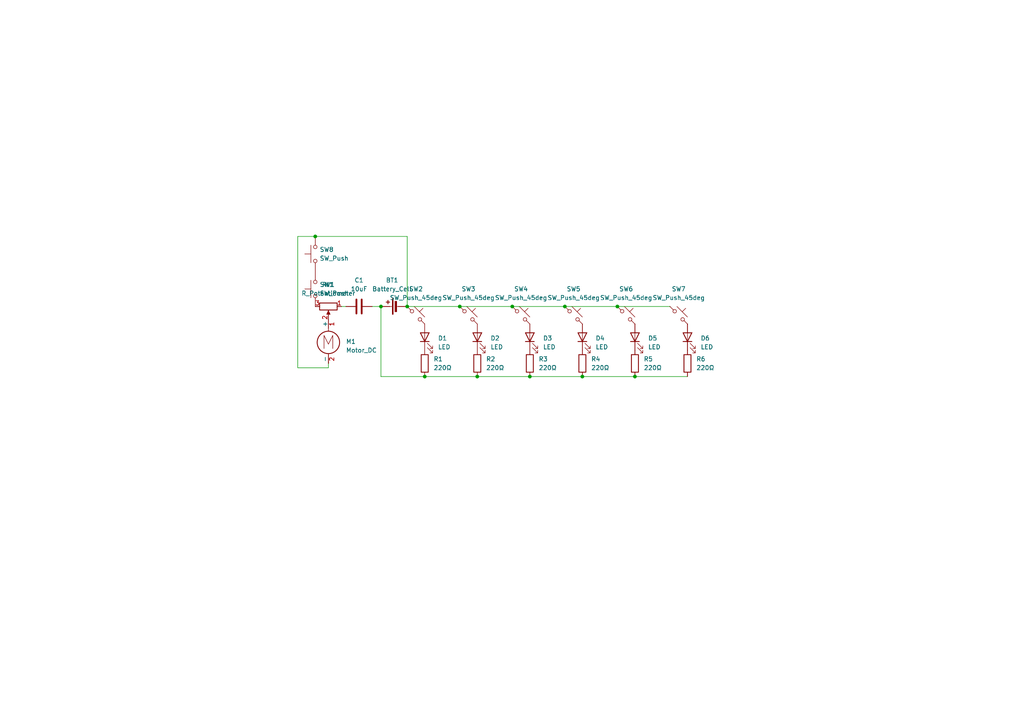
<source format=kicad_sch>
(kicad_sch (version 20231120) (generator "eeschema") (generator_version "8.0")
  (paper "A4")
  (lib_symbols
    (symbol "Device:Battery_Cell" (pin_numbers hide) (pin_names (offset 0) hide)
      (property "Reference" "BT" (at 2.54 2.54 0))
      (property "Value" "Battery_Cell" (at 2.54 0 0))
      (symbol "Battery_Cell_0_1"
        (rectangle (start -2.286 1.778) (end 2.286 1.524) (fill (type outline)))
        (rectangle (start -1.524 1.016) (end 1.524 0.508) (fill (type outline)))
        (polyline (pts (xy 0 0.762) (xy 0 0)))
        (polyline (pts (xy 0 1.778) (xy 0 2.54)))
        (polyline (pts (xy 0.762 3.048) (xy 1.778 3.048)) (stroke (width 0.254)))
        (polyline (pts (xy 1.27 3.556) (xy 1.27 2.54)) (stroke (width 0.254)))
      )
      (symbol "Battery_Cell_1_1"
        (pin passive line (at 0 5.08 270) (length 2.54) (name "+") (number "1"))
        (pin passive line (at 0 -2.54 90) (length 2.54) (name "-") (number "2"))
      )
    )
    (symbol "Device:C" (pin_numbers hide) (pin_names (offset 0.254))
      (property "Reference" "C" (at 0.635 2.54 0))
      (property "Value" "C" (at 0.635 -2.54 0))
      (symbol "C_0_1"
        (polyline (pts (xy -2.032 -0.762) (xy 2.032 -0.762)) (stroke (width 0.508)))
        (polyline (pts (xy -2.032 0.762) (xy 2.032 0.762)) (stroke (width 0.508)))
      )
      (symbol "C_1_1"
        (pin passive line (at 0 3.81 270) (length 2.794) (name "~") (number "1"))
        (pin passive line (at 0 -3.81 90) (length 2.794) (name "~") (number "2"))
      )
    )
    (symbol "Device:LED" (pin_numbers hide) (pin_names (offset 1.016) hide)
      (property "Reference" "D" (at 0 2.54 0))
      (property "Value" "LED" (at 0 -2.54 0))
      (symbol "LED_0_1"
        (polyline (pts (xy -1.27 -1.27) (xy -1.27 1.27)) (stroke (width 0.254)))
        (polyline (pts (xy -1.27 0) (xy 1.27 0)))
        (polyline (pts (xy 1.27 -1.27) (xy 1.27 1.27) (xy -1.27 0) (xy 1.27 -1.27)) (stroke (width 0.254)))
        (polyline (pts (xy -3.048 -0.762) (xy -4.572 -2.286) (xy -3.81 -2.286) (xy -4.572 -2.286) (xy -4.572 -1.524)))
        (polyline (pts (xy -1.778 -0.762) (xy -3.302 -2.286) (xy -2.54 -2.286) (xy -3.302 -2.286) (xy -3.302 -1.524)))
      )
      (symbol "LED_1_1"
        (pin passive line (at -3.81 0 0) (length 2.54) (name "K") (number "1"))
        (pin passive line (at 3.81 0 180) (length 2.54) (name "A") (number "2"))
      )
    )
    (symbol "Device:R" (pin_numbers hide) (pin_names (offset 0))
      (property "Reference" "R" (at 2.032 0 90))
      (property "Value" "R" (at 0 0 90))
      (symbol "R_0_1"
        (rectangle (start -1.016 -2.54) (end 1.016 2.54) (stroke (width 0.254)))
      )
      (symbol "R_1_1"
        (pin passive line (at 0 3.81 270) (length 1.27) (name "~") (number "1"))
        (pin passive line (at 0 -3.81 90) (length 1.27) (name "~") (number "2"))
      )
    )
    (symbol "Device:R_Potentiometer" (pin_names (offset 1.016) hide)
      (property "Reference" "RV" (at -4.445 0 90))
      (property "Value" "R_Potentiometer" (at -2.54 0 90))
      (symbol "R_Potentiometer_0_1"
        (polyline (pts (xy 2.54 0) (xy 1.524 0)))
        (polyline (pts (xy 1.143 0) (xy 2.286 0.508) (xy 2.286 -0.508) (xy 1.143 0)) (fill (type outline)))
        (rectangle (start 1.016 2.54) (end -1.016 -2.54) (stroke (width 0.254)))
      )
      (symbol "R_Potentiometer_1_1"
        (pin passive line (at 0 3.81 270) (length 1.27) (name "1") (number "1"))
        (pin passive line (at 3.81 0 180) (length 1.27) (name "2") (number "2"))
        (pin passive line (at 0 -3.81 90) (length 1.27) (name "3") (number "3"))
      )
    )
    (symbol "Motor:Motor_DC" (pin_names (offset 0))
      (property "Reference" "M" (at 2.54 2.54 0))
      (property "Value" "Motor_DC" (at 2.54 -5.08 0))
      (symbol "Motor_DC_0_0"
        (polyline (pts (xy -1.27 -3.302) (xy -1.27 0.508) (xy 0 -2.032) (xy 1.27 0.508) (xy 1.27 -3.302)))
      )
      (symbol "Motor_DC_0_1"
        (circle (center 0 -1.524) (radius 3.2512) (stroke (width 0.254)))
        (polyline (pts (xy 0 -7.62) (xy 0 -7.112)))
        (polyline (pts (xy 0 -4.7752) (xy 0 -5.1816)))
        (polyline (pts (xy 0 1.7272) (xy 0 2.0828)))
        (polyline (pts (xy 0 2.032) (xy 0 2.54)))
      )
      (symbol "Motor_DC_1_1"
        (pin passive line (at 0 5.08 270) (length 2.54) (name "+") (number "1"))
        (pin passive line (at 0 -7.62 90) (length 2.54) (name "-") (number "2"))
      )
    )
    (symbol "Switch:SW_Push" (pin_numbers hide) (pin_names (offset 1.016) hide)
      (property "Reference" "SW" (at 1.27 2.54 0))
      (property "Value" "SW_Push" (at 0 -1.524 0))
      (symbol "SW_Push_0_1"
        (circle (center -2.032 0) (radius 0.508))
        (polyline (pts (xy 0 1.27) (xy 0 3.048)))
        (polyline (pts (xy 2.54 1.27) (xy -2.54 1.27)))
        (circle (center 2.032 0) (radius 0.508))
        (pin passive line (at -5.08 0 0) (length 2.54) (name "1") (number "1"))
        (pin passive line (at 5.08 0 180) (length 2.54) (name "2") (number "2"))
      )
    )
    (symbol "Switch:SW_Push_45deg" (pin_numbers hide) (pin_names (offset 1.016) hide)
      (property "Reference" "SW" (at 3.048 1.016 0))
      (property "Value" "SW_Push_45deg" (at 0 -3.81 0))
      (symbol "SW_Push_45deg_0_1"
        (circle (center -1.1684 1.1684) (radius 0.508))
        (polyline (pts (xy -0.508 2.54) (xy 2.54 -0.508)))
        (polyline (pts (xy 1.016 1.016) (xy 2.032 2.032)))
        (polyline (pts (xy -2.54 2.54) (xy -1.524 1.524) (xy -1.524 1.524)))
        (polyline (pts (xy 1.524 -1.524) (xy 2.54 -2.54) (xy 2.54 -2.54) (xy 2.54 -2.54)))
        (circle (center 1.143 -1.1938) (radius 0.508))
        (pin passive line (at -2.54 2.54 0) (length 0) (name "1") (number "1"))
        (pin passive line (at 2.54 -2.54 180) (length 0) (name "2") (number "2"))
      )
    )
  )
  (junction (at 148.59 88.9))
  (junction (at 168.91 109.22))
  (junction (at 91.44 68.58))
  (junction (at 179.07 88.9))
  (junction (at 184.15 109.22))
  (junction (at 133.35 88.9))
  (junction (at 118.11 88.9))
  (junction (at 138.43 109.22))
  (junction (at 123.19 109.22))
  (junction (at 110.49 88.9))
  (junction (at 153.67 109.22))
  (junction (at 163.83 88.9))
  (wire (pts (xy 133.35 88.9) (xy 148.59 88.9)))
  (wire (pts (xy 163.83 88.9) (xy 179.07 88.9)))
  (wire (pts (xy 99.06 88.9) (xy 100.33 88.9)))
  (wire (pts (xy 184.15 109.22) (xy 168.91 109.22)))
  (wire (pts (xy 86.36 106.68) (xy 86.36 68.58)))
  (wire (pts (xy 118.11 88.9) (xy 133.35 88.9)))
  (wire (pts (xy 86.36 68.58) (xy 91.44 68.58)))
  (wire (pts (xy 153.67 109.22) (xy 138.43 109.22)))
  (wire (pts (xy 110.49 88.9) (xy 110.49 109.22)))
  (wire (pts (xy 91.44 68.58) (xy 118.11 68.58)))
  (wire (pts (xy 123.19 109.22) (xy 110.49 109.22)))
  (wire (pts (xy 95.25 106.68) (xy 86.36 106.68)))
  (wire (pts (xy 95.25 105.41) (xy 95.25 106.68)))
  (wire (pts (xy 148.59 88.9) (xy 163.83 88.9)))
  (wire (pts (xy 138.43 109.22) (xy 123.19 109.22)))
  (wire (pts (xy 107.95 88.9) (xy 110.49 88.9)))
  (wire (pts (xy 168.91 109.22) (xy 153.67 109.22)))
  (wire (pts (xy 179.07 88.9) (xy 194.31 88.9)))
  (wire (pts (xy 118.11 68.58) (xy 118.11 88.9)))
  (wire (pts (xy 199.39 109.22) (xy 184.15 109.22)))
  (symbol (lib_id "Device:LED") (at 184.15 97.79 90) (unit 1)
    (property "Reference" "D5" (at 187.96 98.1074 90) (effects (justify right)))
    (property "Value" "LED" (at 187.96 100.6474 90) (effects (justify right)))
    (property "Footprint" "LED_THT:LED_D5.0mm" (effects (hide yes)))
    (property "Description" "Light emitting diode" (effects (hide yes)))
  )
  (symbol (lib_id "Device:LED") (at 123.19 97.79 90) (unit 1)
    (property "Reference" "D1" (at 127 98.1074 90) (effects (justify right)))
    (property "Value" "LED" (at 127 100.6474 90) (effects (justify right)))
    (property "Footprint" "LED_THT:LED_D5.0mm" (effects (hide yes)))
    (property "Description" "Light emitting diode" (effects (hide yes)))
  )
  (symbol (lib_id "Device:Battery_Cell") (at 115.57 88.9 90) (unit 1)
    (property "Reference" "BT1" (at 113.7285 81.28 90))
    (property "Value" "Battery_Cell" (at 113.7285 83.82 90))
    (property "Footprint" "Battery:BatteryHolder_Keystone_3034_1x20mm" (effects (hide yes)))
    (property "Description" "Single-cell battery" (effects (hide yes)))
  )
  (symbol (lib_id "Switch:SW_Push_45deg") (at 196.85 91.44 0) (unit 1)
    (property "Reference" "SW7" (at 196.85 83.82 0))
    (property "Value" "SW_Push_45deg" (at 196.85 86.36 0))
    (property "Footprint" "Button_Switch_THT:SW_PUSH_6mm" (effects (hide yes)))
    (property "Description" "Push button switch, normally open, two pins, 45° tilted" (effects (hide yes)))
  )
  (symbol (lib_id "Device:C") (at 104.14 88.9 90) (unit 1)
    (property "Reference" "C1" (at 104.14 81.28 90))
    (property "Value" "10uF" (at 104.14 83.82 90))
    (property "Footprint" "Capacitor_THT:CP_Radial_D8.0mm_P5.00mm" (effects (hide yes)))
    (property "Description" "Unpolarized capacitor" (effects (hide yes)))
  )
  (symbol (lib_id "Switch:SW_Push_45deg") (at 151.13 91.44 0) (unit 1)
    (property "Reference" "SW4" (at 151.13 83.82 0))
    (property "Value" "SW_Push_45deg" (at 151.13 86.36 0))
    (property "Footprint" "Button_Switch_THT:SW_PUSH_6mm" (effects (hide yes)))
    (property "Description" "Push button switch, normally open, two pins, 45° tilted" (effects (hide yes)))
  )
  (symbol (lib_id "Device:R") (at 123.19 105.41 0) (unit 1)
    (property "Reference" "R1" (at 125.73 104.1399 0) (effects (justify left)))
    (property "Value" "220Ω" (at 125.73 106.6799 0) (effects (justify left)))
    (property "Footprint" "Resistor_THT:R_Axial_DIN0207_L6.3mm_D2.5mm_P7.62mm_Horizontal" (effects (hide yes)))
    (property "Description" "Resistor" (effects (hide yes)))
  )
  (symbol (lib_id "Switch:SW_Push_45deg") (at 135.89 91.44 0) (unit 1)
    (property "Reference" "SW3" (at 135.89 83.82 0))
    (property "Value" "SW_Push_45deg" (at 135.89 86.36 0))
    (property "Footprint" "Button_Switch_THT:SW_PUSH_6mm" (effects (hide yes)))
    (property "Description" "Push button switch, normally open, two pins, 45° tilted" (effects (hide yes)))
  )
  (symbol (lib_id "Switch:SW_Push_45deg") (at 181.61 91.44 0) (unit 1)
    (property "Reference" "SW6" (at 181.61 83.82 0))
    (property "Value" "SW_Push_45deg" (at 181.61 86.36 0))
    (property "Footprint" "Button_Switch_THT:SW_PUSH_6mm" (effects (hide yes)))
    (property "Description" "Push button switch, normally open, two pins, 45° tilted" (effects (hide yes)))
  )
  (symbol (lib_id "Device:R") (at 168.91 105.41 0) (unit 1)
    (property "Reference" "R4" (at 171.45 104.1399 0) (effects (justify left)))
    (property "Value" "220Ω" (at 171.45 106.6799 0) (effects (justify left)))
    (property "Footprint" "Resistor_THT:R_Axial_DIN0207_L6.3mm_D2.5mm_P7.62mm_Horizontal" (effects (hide yes)))
    (property "Description" "Resistor" (effects (hide yes)))
  )
  (symbol (lib_id "Switch:SW_Push_45deg") (at 166.37 91.44 0) (unit 1)
    (property "Reference" "SW5" (at 166.37 83.82 0))
    (property "Value" "SW_Push_45deg" (at 166.37 86.36 0))
    (property "Footprint" "Button_Switch_THT:SW_PUSH_6mm" (effects (hide yes)))
    (property "Description" "Push button switch, normally open, two pins, 45° tilted" (effects (hide yes)))
  )
  (symbol (lib_id "Device:R_Potentiometer") (at 95.25 88.9 270) (unit 1)
    (property "Reference" "RV1" (at 95.25 82.55 90))
    (property "Value" "R_Potentiometer" (at 95.25 85.09 90))
    (property "Footprint" "Potentiometer_THT:Potentiometer_Vishay_T73YP_Vertical" (effects (hide yes)))
    (property "Description" "Potentiometer" (effects (hide yes)))
  )
  (symbol (lib_id "Device:R") (at 199.39 105.41 0) (unit 1)
    (property "Reference" "R6" (at 201.93 104.1399 0) (effects (justify left)))
    (property "Value" "220Ω" (at 201.93 106.6799 0) (effects (justify left)))
    (property "Footprint" "Resistor_THT:R_Axial_DIN0207_L6.3mm_D2.5mm_P7.62mm_Horizontal" (effects (hide yes)))
    (property "Description" "Resistor" (effects (hide yes)))
  )
  (symbol (lib_id "Switch:SW_Push") (at 91.44 83.82 90) (unit 1)
    (property "Reference" "SW1" (at 92.71 82.5499 90) (effects (justify right)))
    (property "Value" "SW_Push" (at 92.71 85.0899 90) (effects (justify right)))
    (property "Footprint" "Button_Switch_THT:SW_PUSH_6mm" (effects (hide yes)))
    (property "Description" "Push button switch, generic, two pins" (effects (hide yes)))
  )
  (symbol (lib_id "Device:R") (at 153.67 105.41 0) (unit 1)
    (property "Reference" "R3" (at 156.21 104.1399 0) (effects (justify left)))
    (property "Value" "220Ω" (at 156.21 106.6799 0) (effects (justify left)))
    (property "Footprint" "Resistor_THT:R_Axial_DIN0207_L6.3mm_D2.5mm_P7.62mm_Horizontal" (effects (hide yes)))
    (property "Description" "Resistor" (effects (hide yes)))
  )
  (symbol (lib_id "Motor:Motor_DC") (at 95.25 97.79 0) (unit 1)
    (property "Reference" "M1" (at 100.33 99.0599 0) (effects (justify left)))
    (property "Value" "Motor_DC" (at 100.33 101.5999 0) (effects (justify left)))
    (property "Footprint" "Connector_PinHeader_2.54mm:PinHeader_1x02_P2.54mm_Vertical" (effects (hide yes)))
    (property "Description" "DC Motor" (effects (hide yes)))
  )
  (symbol (lib_id "Device:LED") (at 199.39 97.79 90) (unit 1)
    (property "Reference" "D6" (at 203.2 98.1074 90) (effects (justify right)))
    (property "Value" "LED" (at 203.2 100.6474 90) (effects (justify right)))
    (property "Footprint" "LED_THT:LED_D5.0mm" (effects (hide yes)))
    (property "Description" "Light emitting diode" (effects (hide yes)))
  )
  (symbol (lib_id "Device:LED") (at 153.67 97.79 90) (unit 1)
    (property "Reference" "D3" (at 157.48 98.1074 90) (effects (justify right)))
    (property "Value" "LED" (at 157.48 100.6474 90) (effects (justify right)))
    (property "Footprint" "LED_THT:LED_D5.0mm" (effects (hide yes)))
    (property "Description" "Light emitting diode" (effects (hide yes)))
  )
  (symbol (lib_id "Switch:SW_Push") (at 91.44 73.66 90) (unit 1)
    (property "Reference" "SW8" (at 92.71 72.3899 90) (effects (justify right)))
    (property "Value" "SW_Push" (at 92.71 74.9299 90) (effects (justify right)))
    (property "Footprint" "Button_Switch_THT:SW_PUSH_6mm" (effects (hide yes)))
    (property "Description" "Push button switch, generic, two pins" (effects (hide yes)))
  )
  (symbol (lib_id "Switch:SW_Push_45deg") (at 120.65 91.44 0) (unit 1)
    (property "Reference" "SW2" (at 120.65 83.82 0))
    (property "Value" "SW_Push_45deg" (at 120.65 86.36 0))
    (property "Footprint" "Button_Switch_THT:SW_PUSH_6mm" (effects (hide yes)))
    (property "Description" "Push button switch, normally open, two pins, 45° tilted" (effects (hide yes)))
  )
  (symbol (lib_id "Device:LED") (at 168.91 97.79 90) (unit 1)
    (property "Reference" "D4" (at 172.72 98.1074 90) (effects (justify right)))
    (property "Value" "LED" (at 172.72 100.6474 90) (effects (justify right)))
    (property "Footprint" "LED_THT:LED_D5.0mm" (effects (hide yes)))
    (property "Description" "Light emitting diode" (effects (hide yes)))
  )
  (symbol (lib_id "Device:R") (at 184.15 105.41 0) (unit 1)
    (property "Reference" "R5" (at 186.69 104.1399 0) (effects (justify left)))
    (property "Value" "220Ω" (at 186.69 106.6799 0) (effects (justify left)))
    (property "Footprint" "Resistor_THT:R_Axial_DIN0207_L6.3mm_D2.5mm_P7.62mm_Horizontal" (effects (hide yes)))
    (property "Description" "Resistor" (effects (hide yes)))
  )
  (symbol (lib_id "Device:R") (at 138.43 105.41 0) (unit 1)
    (property "Reference" "R2" (at 140.97 104.1399 0) (effects (justify left)))
    (property "Value" "220Ω" (at 140.97 106.6799 0) (effects (justify left)))
    (property "Footprint" "Resistor_THT:R_Axial_DIN0207_L6.3mm_D2.5mm_P7.62mm_Horizontal" (effects (hide yes)))
    (property "Description" "Resistor" (effects (hide yes)))
  )
  (symbol (lib_id "Device:LED") (at 138.43 97.79 90) (unit 1)
    (property "Reference" "D2" (at 142.24 98.1074 90) (effects (justify right)))
    (property "Value" "LED" (at 142.24 100.6474 90) (effects (justify right)))
    (property "Footprint" "LED_THT:LED_D5.0mm" (effects (hide yes)))
    (property "Description" "Light emitting diode" (effects (hide yes)))
  )
)
</source>
